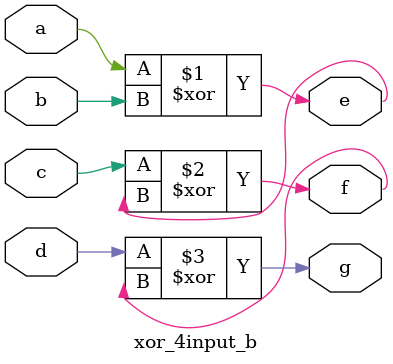
<source format=v>
`timescale 1ns / 1ps

module xor_4input_b(
    input a, b, c, d,
    output e, f, g
    );
    assign e = a ^ b;
    assign f = c ^ e;
    assign g = d ^ f;
endmodule
</source>
